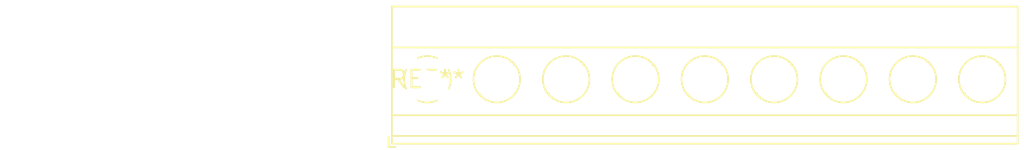
<source format=kicad_pcb>
(kicad_pcb (version 20240108) (generator pcbnew)
  (layers (0 "F.Cu" signal) (31 "B.Cu" signal) (34 "B.Paste" user) (35 "F.Paste" user) (36 "B.SilkS" user "B.Silkscreen") (37 "F.SilkS" user "F.Silkscreen") (38 "B.Mask" user) (39 "F.Mask" user) (44 "Edge.Cuts" user))
  (net 0 "")
  (footprint "TerminalBlock_Phoenix_MKDS-1,5-9_1x09_P5.00mm_Horizontal" (layer "F.Cu") (at 0 0)
    (property "Reference" "REF**")
    (property "Value" "TerminalBlock_Phoenix_MKDS-1,5-9_1x09_P5.00mm_Horizontal")
    (fp_line (start -2.8 4.16) (end -2.8 4.9) (layer "F.SilkS") (stroke (width 0.12)))
    (fp_line (start -2.8 4.9) (end -2.3 4.9) (layer "F.SilkS") (stroke (width 0.12)))
    (fp_line (start -2.56 -5.261) (end -2.56 4.66) (layer "F.SilkS") (stroke (width 0.12)))
    (fp_line (start -2.56 -5.261) (end 42.56 -5.261) (layer "F.SilkS") (stroke (width 0.12)))
    (fp_line (start -2.56 -2.301) (end 42.56 -2.301) (layer "F.SilkS") (stroke (width 0.12)))
    (fp_line (start -2.56 2.6) (end 42.56 2.6) (layer "F.SilkS") (stroke (width 0.12)))
    (fp_line (start -2.56 4.1) (end 42.56 4.1) (layer "F.SilkS") (stroke (width 0.12)))
    (fp_line (start -2.56 4.66) (end 42.56 4.66) (layer "F.SilkS") (stroke (width 0.12)))
    (fp_line (start 3.773 1.023) (end 3.726 1.069) (layer "F.SilkS") (stroke (width 0.12)))
    (fp_line (start 3.966 1.239) (end 3.931 1.274) (layer "F.SilkS") (stroke (width 0.12)))
    (fp_line (start 6.07 -1.275) (end 6.035 -1.239) (layer "F.SilkS") (stroke (width 0.12)))
    (fp_line (start 6.275 -1.069) (end 6.228 -1.023) (layer "F.SilkS") (stroke (width 0.12)))
    (fp_line (start 8.773 1.023) (end 8.726 1.069) (layer "F.SilkS") (stroke (width 0.12)))
    (fp_line (start 8.966 1.239) (end 8.931 1.274) (layer "F.SilkS") (stroke (width 0.12)))
    (fp_line (start 11.07 -1.275) (end 11.035 -1.239) (layer "F.SilkS") (stroke (width 0.12)))
    (fp_line (start 11.275 -1.069) (end 11.228 -1.023) (layer "F.SilkS") (stroke (width 0.12)))
    (fp_line (start 13.773 1.023) (end 13.726 1.069) (layer "F.SilkS") (stroke (width 0.12)))
    (fp_line (start 13.966 1.239) (end 13.931 1.274) (layer "F.SilkS") (stroke (width 0.12)))
    (fp_line (start 16.07 -1.275) (end 16.035 -1.239) (layer "F.SilkS") (stroke (width 0.12)))
    (fp_line (start 16.275 -1.069) (end 16.228 -1.023) (layer "F.SilkS") (stroke (width 0.12)))
    (fp_line (start 18.773 1.023) (end 18.726 1.069) (layer "F.SilkS") (stroke (width 0.12)))
    (fp_line (start 18.966 1.239) (end 18.931 1.274) (layer "F.SilkS") (stroke (width 0.12)))
    (fp_line (start 21.07 -1.275) (end 21.035 -1.239) (layer "F.SilkS") (stroke (width 0.12)))
    (fp_line (start 21.275 -1.069) (end 21.228 -1.023) (layer "F.SilkS") (stroke (width 0.12)))
    (fp_line (start 23.773 1.023) (end 23.726 1.069) (layer "F.SilkS") (stroke (width 0.12)))
    (fp_line (start 23.966 1.239) (end 23.931 1.274) (layer "F.SilkS") (stroke (width 0.12)))
    (fp_line (start 26.07 -1.275) (end 26.035 -1.239) (layer "F.SilkS") (stroke (width 0.12)))
    (fp_line (start 26.275 -1.069) (end 26.228 -1.023) (layer "F.SilkS") (stroke (width 0.12)))
    (fp_line (start 28.773 1.023) (end 28.726 1.069) (layer "F.SilkS") (stroke (width 0.12)))
    (fp_line (start 28.966 1.239) (end 28.931 1.274) (layer "F.SilkS") (stroke (width 0.12)))
    (fp_line (start 31.07 -1.275) (end 31.035 -1.239) (layer "F.SilkS") (stroke (width 0.12)))
    (fp_line (start 31.275 -1.069) (end 31.228 -1.023) (layer "F.SilkS") (stroke (width 0.12)))
    (fp_line (start 33.773 1.023) (end 33.726 1.069) (layer "F.SilkS") (stroke (width 0.12)))
    (fp_line (start 33.966 1.239) (end 33.931 1.274) (layer "F.SilkS") (stroke (width 0.12)))
    (fp_line (start 36.07 -1.275) (end 36.035 -1.239) (layer "F.SilkS") (stroke (width 0.12)))
    (fp_line (start 36.275 -1.069) (end 36.228 -1.023) (layer "F.SilkS") (stroke (width 0.12)))
    (fp_line (start 38.773 1.023) (end 38.726 1.069) (layer "F.SilkS") (stroke (width 0.12)))
    (fp_line (start 38.966 1.239) (end 38.931 1.274) (layer "F.SilkS") (stroke (width 0.12)))
    (fp_line (start 41.07 -1.275) (end 41.035 -1.239) (layer "F.SilkS") (stroke (width 0.12)))
    (fp_line (start 41.275 -1.069) (end 41.228 -1.023) (layer "F.SilkS") (stroke (width 0.12)))
    (fp_line (start 42.56 -5.261) (end 42.56 4.66) (layer "F.SilkS") (stroke (width 0.12)))
    (fp_arc (start -1.535427 0.683042) (mid -1.680501 -0.000524) (end -1.535 -0.684) (layer "F.SilkS") (stroke (width 0.12)))
    (fp_arc (start -0.683042 -1.535427) (mid 0.000524 -1.680501) (end 0.684 -1.535) (layer "F.SilkS") (stroke (width 0.12)))
    (fp_arc (start 0.028805 1.680253) (mid -0.335551 1.646659) (end -0.684 1.535) (layer "F.SilkS") (stroke (width 0.12)))
    (fp_arc (start 0.683318 1.534756) (mid 0.349292 1.643288) (end 0 1.68) (layer "F.SilkS") (stroke (width 0.12)))
    (fp_arc (start 1.535427 -0.683042) (mid 1.680501 0.000524) (end 1.535 0.684) (layer "F.SilkS") (stroke (width 0.12)))
    (fp_circle (center 5 0) (end 6.68 0) (layer "F.SilkS") (stroke (width 0.12)) (fill none))
    (fp_circle (center 10 0) (end 11.68 0) (layer "F.SilkS") (stroke (width 0.12)) (fill none))
    (fp_circle (center 15 0) (end 16.68 0) (layer "F.SilkS") (stroke (width 0.12)) (fill none))
    (fp_circle (center 20 0) (end 21.68 0) (layer "F.SilkS") (stroke (width 0.12)) (fill none))
    (fp_circle (center 25 0) (end 26.68 0) (layer "F.SilkS") (stroke (width 0.12)) (fill none))
    (fp_circle (center 30 0) (end 31.68 0) (layer "F.SilkS") (stroke (width 0.12)) (fill none))
    (fp_circle (center 35 0) (end 36.68 0) (layer "F.SilkS") (stroke (width 0.12)) (fill none))
    (fp_circle (center 40 0) (end 41.68 0) (layer "F.SilkS") (stroke (width 0.12)) (fill none))
    (pad "1" thru_hole rect (at 0 0) (size 2.6 2.6) (drill 1.3) (layers *.Cu *.Mask) (remove_unused_layers))
    (pad "2" thru_hole circle (at 5 0) (size 2.6 2.6) (drill 1.3) (layers *.Cu *.Mask) (remove_unused_layers))
    (pad "3" thru_hole circle (at 10 0) (size 2.6 2.6) (drill 1.3) (layers *.Cu *.Mask) (remove_unused_layers))
    (pad "4" thru_hole circle (at 15 0) (size 2.6 2.6) (drill 1.3) (layers *.Cu *.Mask) (remove_unused_layers))
    (pad "5" thru_hole circle (at 20 0) (size 2.6 2.6) (drill 1.3) (layers *.Cu *.Mask) (remove_unused_layers))
    (pad "6" thru_hole circle (at 25 0) (size 2.6 2.6) (drill 1.3) (layers *.Cu *.Mask) (remove_unused_layers))
    (pad "7" thru_hole circle (at 30 0) (size 2.6 2.6) (drill 1.3) (layers *.Cu *.Mask) (remove_unused_layers))
    (pad "8" thru_hole circle (at 35 0) (size 2.6 2.6) (drill 1.3) (layers *.Cu *.Mask) (remove_unused_layers))
    (pad "9" thru_hole circle (at 40 0) (size 2.6 2.6) (drill 1.3) (layers *.Cu *.Mask) (remove_unused_layers))
  )
)
</source>
